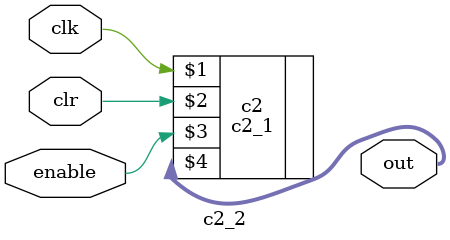
<source format=v>
module c2_2(
	input clk, clr, enable,
	output [7:0] out
);
	c2_1 #(.width(8)) c2(clk, clr, enable, out);
endmodule 
</source>
